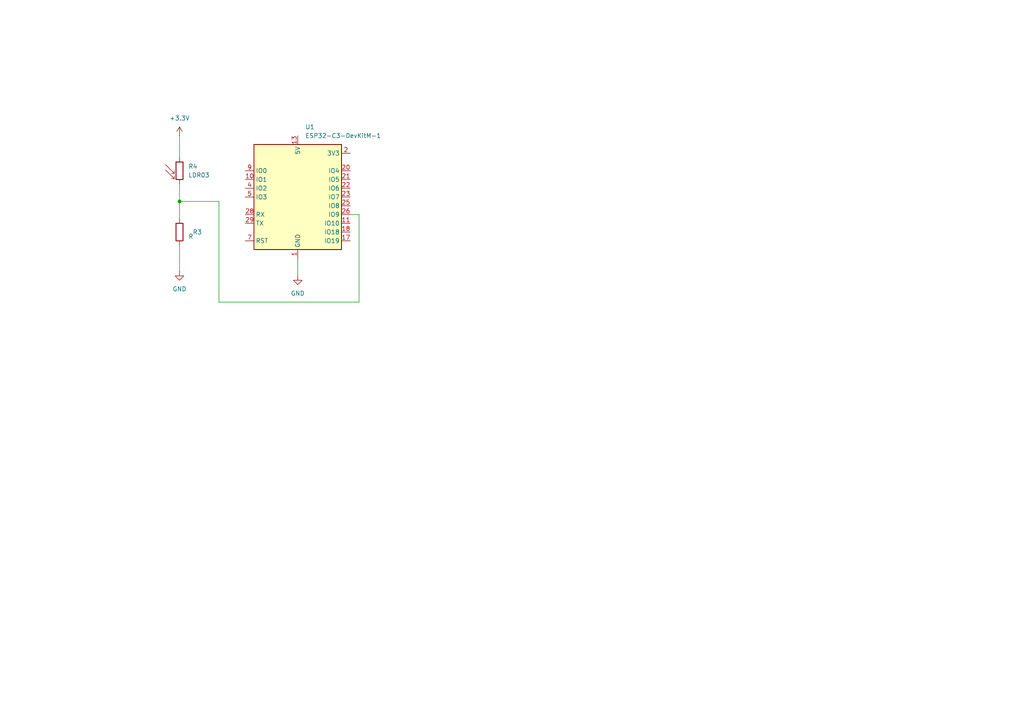
<source format=kicad_sch>
(kicad_sch (version 20250114) (generator "eeschema") (generator_version "9.0")
  (paper "A4")
  (lib_symbols
    (symbol "Device:R" (pin_numbers (hide yes)) (pin_names (offset 0))
      (property "Reference" "R" (at 2.032 0 90))
      (property "Value" "R" (at 0 0 90))
      (symbol "R_0_1"
        (rectangle (start -1.016 -2.54) (end 1.016 2.54) (stroke (width 0.254)))
      )
      (symbol "R_1_1"
        (pin passive line (at 0 3.81 270) (length 1.27) (name "~") (number "1"))
        (pin passive line (at 0 -3.81 90) (length 1.27) (name "~") (number "2"))
      )
    )
    (symbol "RF_Module:ESP32-C3-DevKitM-1"
      (property "Reference" "U" (at 7.62 16.51 0))
      (property "Value" "ESP32-C3-DevKitM-1" (at 11.684 -16.764 0))
      (symbol "ESP32-C3-DevKitM-1_1_1"
        (rectangle (start -12.7 15.24) (end 12.7 -15.24) (stroke (width 0.254)) (fill (type background)))
        (pin bidirectional line (at -15.24 7.62 0) (length 2.54) (name "IO0") (number "9"))
        (pin bidirectional line (at -15.24 5.08 0) (length 2.54) (name "IO1") (number "10"))
        (pin bidirectional line (at -15.24 2.54 0) (length 2.54) (name "IO2") (number "4"))
        (pin bidirectional line (at -15.24 0 0) (length 2.54) (name "IO3") (number "5"))
        (pin input line (at -15.24 -5.08 0) (length 2.54) (name "RX") (number "28"))
        (pin output line (at -15.24 -7.62 0) (length 2.54) (name "TX") (number "29"))
        (pin input line (at -15.24 -12.7 0) (length 2.54) (name "RST") (number "7"))
        (pin passive line (at 0 17.78 270) (length 2.54) (name "5V") (number "13"))
        (pin passive line (at 0 17.78 270) (length 2.54) (hide yes) (name "5V") (number "14"))
        (pin power_in line (at 0 -17.78 90) (length 2.54) (name "GND") (number "1"))
        (pin passive line (at 0 -17.78 90) (length 2.54) (hide yes) (name "GND") (number "12"))
        (pin passive line (at 0 -17.78 90) (length 2.54) (hide yes) (name "GND") (number "15"))
        (pin passive line (at 0 -17.78 90) (length 2.54) (hide yes) (name "GND") (number "16"))
        (pin passive line (at 0 -17.78 90) (length 2.54) (hide yes) (name "GND") (number "19"))
        (pin passive line (at 0 -17.78 90) (length 2.54) (hide yes) (name "GND") (number "24"))
        (pin passive line (at 0 -17.78 90) (length 2.54) (hide yes) (name "GND") (number "27"))
        (pin passive line (at 0 -17.78 90) (length 2.54) (hide yes) (name "GND") (number "30"))
        (pin passive line (at 0 -17.78 90) (length 2.54) (hide yes) (name "GND") (number "6"))
        (pin passive line (at 0 -17.78 90) (length 2.54) (hide yes) (name "GND") (number "8"))
        (pin power_out line (at 15.24 12.7 180) (length 2.54) (name "3V3") (number "2"))
        (pin passive line (at 15.24 12.7 180) (length 2.54) (hide yes) (name "3V3") (number "3"))
        (pin bidirectional line (at 15.24 7.62 180) (length 2.54) (name "IO4") (number "20"))
        (pin bidirectional line (at 15.24 5.08 180) (length 2.54) (name "IO5") (number "21"))
        (pin bidirectional line (at 15.24 2.54 180) (length 2.54) (name "IO6") (number "22"))
        (pin bidirectional line (at 15.24 0 180) (length 2.54) (name "IO7") (number "23"))
        (pin bidirectional line (at 15.24 -2.54 180) (length 2.54) (name "IO8") (number "25"))
        (pin bidirectional line (at 15.24 -5.08 180) (length 2.54) (name "IO9") (number "26"))
        (pin bidirectional line (at 15.24 -7.62 180) (length 2.54) (name "IO10") (number "11"))
        (pin bidirectional line (at 15.24 -10.16 180) (length 2.54) (name "IO18") (number "18"))
        (pin bidirectional line (at 15.24 -12.7 180) (length 2.54) (name "IO19") (number "17"))
      )
    )
    (symbol "Sensor_Optical:LDR03" (pin_numbers (hide yes)) (pin_names (offset 0))
      (property "Reference" "R" (at -5.08 0 90))
      (property "Value" "LDR03" (at 1.905 0 90))
      (symbol "LDR03_0_1"
        (polyline (pts (xy -1.524 -0.762) (xy -4.064 1.778)))
        (polyline (pts (xy -1.524 -0.762) (xy -2.286 -0.762)))
        (polyline (pts (xy -1.524 -0.762) (xy -1.524 0)))
        (polyline (pts (xy -1.524 -2.286) (xy -4.064 0.254)))
        (polyline (pts (xy -1.524 -2.286) (xy -2.286 -2.286)))
        (polyline (pts (xy -1.524 -2.286) (xy -1.524 -1.524)))
        (rectangle (start -1.016 2.54) (end 1.016 -2.54) (stroke (width 0.254)))
      )
      (symbol "LDR03_1_1"
        (pin passive line (at 0 3.81 270) (length 1.27) (name "~") (number "1"))
        (pin passive line (at 0 -3.81 90) (length 1.27) (name "~") (number "2"))
      )
    )
    (symbol "power:+3.3V" (power) (pin_numbers (hide yes)) (pin_names (offset 0) (hide yes))
      (property "Value" "+3.3V" (at 0 3.556 0))
      (symbol "+3.3V_0_1"
        (polyline (pts (xy -0.762 1.27) (xy 0 2.54)))
        (polyline (pts (xy 0 2.54) (xy 0.762 1.27)))
        (polyline (pts (xy 0 0) (xy 0 2.54)))
      )
      (symbol "+3.3V_1_1"
        (pin power_in line (at 0 0 90) (length 0) (name "~") (number "1"))
      )
    )
    (symbol "power:GND" (power) (pin_numbers (hide yes)) (pin_names (offset 0) (hide yes))
      (property "Value" "GND" (at 0 -3.81 0))
      (symbol "GND_0_1"
        (polyline (pts (xy 0 0) (xy 0 -1.27) (xy 1.27 -1.27) (xy 0 -2.54) (xy -1.27 -1.27) (xy 0 -1.27)))
      )
      (symbol "GND_1_1"
        (pin power_in line (at 0 0 270) (length 0) (name "~") (number "1"))
      )
    )
  )
  (junction (at 52.07 58.42))
  (wire (pts (xy 63.5 87.63) (xy 63.5 58.42)))
  (wire (pts (xy 52.07 71.12) (xy 52.07 78.74)))
  (wire (pts (xy 52.07 39.37) (xy 52.07 45.72)))
  (wire (pts (xy 63.5 58.42) (xy 52.07 58.42)))
  (wire (pts (xy 104.14 62.23) (xy 104.14 87.63)))
  (wire (pts (xy 52.07 58.42) (xy 52.07 63.5)))
  (wire (pts (xy 52.07 53.34) (xy 52.07 58.42)))
  (wire (pts (xy 86.36 74.93) (xy 86.36 80.01)))
  (wire (pts (xy 104.14 87.63) (xy 63.5 87.63)))
  (wire (pts (xy 101.6 62.23) (xy 104.14 62.23)))
  (symbol (lib_id "Device:R") (at 238.76 -104.14 0) (unit 1)
    (property "Reference" "R2" (at 241.3 -105.4101 0) (effects (justify left)))
    (property "Value" "R" (at 241.3 -102.8701 0) (effects (justify left)))
    (property "Description" "Resistor" (effects (hide yes)))
  )
  (symbol (lib_id "Device:R") (at 231.14 -138.43 0) (unit 1)
    (property "Reference" "R1" (at 233.68 -139.7001 0) (effects (justify left)))
    (property "Value" "R" (at 233.68 -137.1601 0) (effects (justify left)))
    (property "Description" "Resistor" (effects (hide yes)))
  )
  (symbol (lib_id "Device:R") (at 52.07 67.31 0) (unit 1)
    (property "Reference" "R3" (at 55.88 67.3099 0) (effects (justify left)))
    (property "Value" "R" (at 54.61 68.5799 0) (effects (justify left)))
    (property "Description" "Resistor" (effects (hide yes)))
  )
  (symbol (lib_id "power:GND") (at 86.36 80.01 0) (unit 1)
    (property "Reference" "#PWR01" (effects (hide yes)))
    (property "Value" "GND" (at 86.36 85.09 0))
    (property "Description" "Power symbol creates a global label with name \"GND\" , ground" (effects (hide yes)))
  )
  (symbol (lib_id "power:GND") (at 52.07 78.74 0) (unit 1)
    (property "Reference" "#PWR02" (effects (hide yes)))
    (property "Value" "GND" (at 52.07 83.82 0))
    (property "Description" "Power symbol creates a global label with name \"GND\" , ground" (effects (hide yes)))
  )
  (symbol (lib_id "RF_Module:ESP32-C3-DevKitM-1") (at 86.36 57.15 0) (unit 1)
    (property "Reference" "U1" (at 88.5033 36.83 0) (effects (justify left)))
    (property "Value" "ESP32-C3-DevKitM-1" (at 88.5033 39.37 0) (effects (justify left)))
    (property "Footprint" "RF_Module:ESP32-C3-DevKitM-1" (effects (hide yes)))
    (property "Datasheet" "https://docs.espressif.com/projects/esp-idf/en/latest/esp32c3/hw-reference/esp32c3/user-guide-devkitm-1.html" (effects (hide yes)))
    (property "Description" "Development board featuring ESP32-C3-MINI-1 module" (effects (hide yes)))
  )
  (symbol (lib_id "Sensor_Optical:LDR03") (at 52.07 49.53 0) (unit 1)
    (property "Reference" "R4" (at 54.61 48.2599 0) (effects (justify left)))
    (property "Value" "LDR03" (at 54.61 50.7999 0) (effects (justify left)))
    (property "Footprint" "OptoDevice:R_LDR_10x8.5mm_P7.6mm_Vertical" (effects (hide yes)))
    (property "Datasheet" "http://www.elektronica-componenten.nl/WebRoot/StoreNL/Shops/61422969/54F1/BA0C/C664/31B9/2173/C0A8/2AB9/2AEF/LDR03IMP.pdf" (effects (hide yes)))
    (property "Description" "light dependent resistor" (effects (hide yes)))
  )
  (symbol (lib_id "power:+3.3V") (at 52.07 39.37 0) (unit 1)
    (property "Reference" "#PWR03" (effects (hide yes)))
    (property "Value" "+3.3V" (at 52.07 34.29 0))
    (property "Description" "Power symbol creates a global label with name \"+3.3V\"" (effects (hide yes)))
  )
)
</source>
